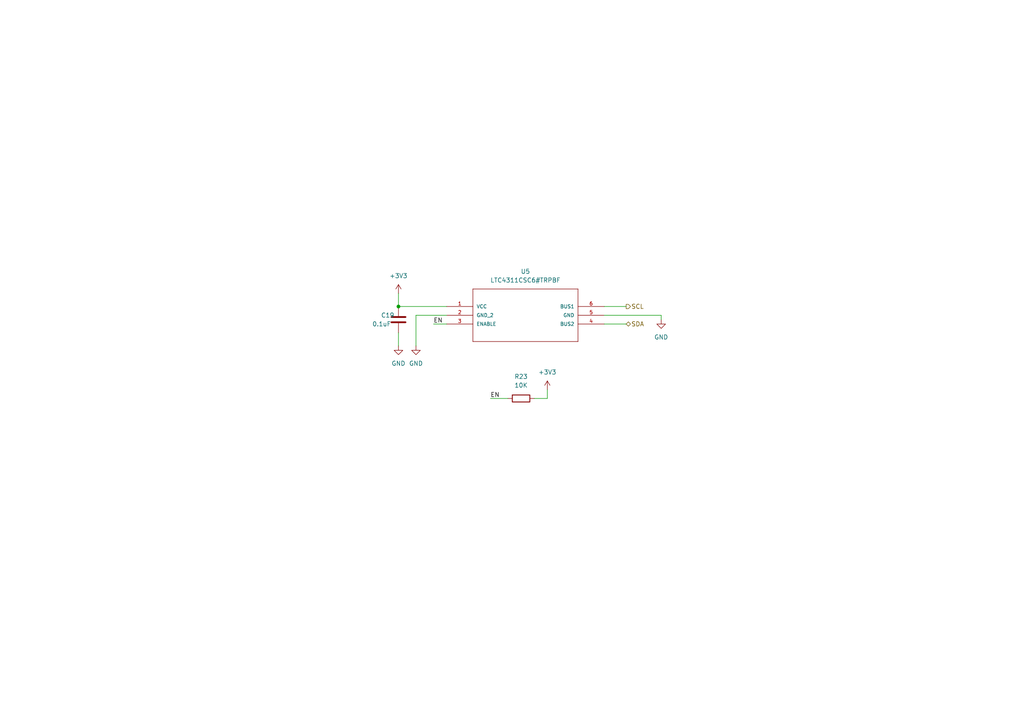
<source format=kicad_sch>
(kicad_sch (version 20211123) (generator eeschema)
  (paper "A4")
  (lib_symbols
    (symbol "Device:C" (pin_numbers hide) (pin_names (offset 0.254))
      (property "Reference" "C" (at 0.635 2.54 0))
      (property "Value" "C" (at 0.635 -2.54 0))
      (symbol "C_0_1"
        (polyline (pts (xy -2.032 -0.762) (xy 2.032 -0.762)) (stroke (width 0.508)))
        (polyline (pts (xy -2.032 0.762) (xy 2.032 0.762)) (stroke (width 0.508)))
      )
      (symbol "C_1_1"
        (pin passive line (at 0 3.81 270) (length 2.794) (name "~") (number "1"))
        (pin passive line (at 0 -3.81 90) (length 2.794) (name "~") (number "2"))
      )
    )
    (symbol "Device:R" (pin_numbers hide) (pin_names (offset 0))
      (property "Reference" "R" (at 2.032 0 90))
      (property "Value" "R" (at 0 0 90))
      (symbol "R_0_1"
        (rectangle (start -1.016 -2.54) (end 1.016 2.54) (stroke (width 0.254)))
      )
      (symbol "R_1_1"
        (pin passive line (at 0 3.81 270) (length 1.27) (name "~") (number "1"))
        (pin passive line (at 0 -3.81 90) (length 1.27) (name "~") (number "2"))
      )
    )
    (symbol "LTC4311CSC6_TRPBF:LTC4311CSC6#TRPBF" (pin_names (offset 1.016))
      (property "Reference" "U5" (at 22.86 10.16 0))
      (property "Value" "LTC4311CSC6#TRPBF" (at 22.86 7.62 0))
      (symbol "LTC4311CSC6#TRPBF_0_0"
        (polyline (pts (xy 7.62 -10.16) (xy 38.1 -10.16)) (stroke (width 0.1524)))
        (polyline (pts (xy 7.62 5.08) (xy 7.62 -10.16)) (stroke (width 0.1524)))
        (polyline (pts (xy 38.1 -10.16) (xy 38.1 5.08)) (stroke (width 0.1524)))
        (polyline (pts (xy 38.1 5.08) (xy 7.62 5.08)) (stroke (width 0.1524)))
        (pin unspecified line (at 0 0 0) (length 7.62) (name "VCC") (number "1"))
        (pin unspecified line (at 0 -2.54 0) (length 7.62) (name "GND_2") (number "2"))
        (pin input line (at 0 -5.08 0) (length 7.62) (name "ENABLE") (number "3"))
        (pin passive line (at 45.72 -5.08 180) (length 7.62) (name "BUS2") (number "4"))
        (pin unspecified line (at 45.72 -2.54 180) (length 7.62) (name "GND") (number "5"))
        (pin passive line (at 45.72 0 180) (length 7.62) (name "BUS1") (number "6"))
      )
    )
    (symbol "power:+3.3V" (power) (pin_names (offset 0))
      (property "Value" "+3.3V" (at 0 3.556 0))
      (symbol "+3.3V_0_1"
        (polyline (pts (xy -0.762 1.27) (xy 0 2.54)))
        (polyline (pts (xy 0 0) (xy 0 2.54)))
        (polyline (pts (xy 0 2.54) (xy 0.762 1.27)))
      )
      (symbol "+3.3V_1_1"
        (pin power_in line (at 0 0 90) (length 0) hide (name "+3V3") (number "1"))
      )
    )
    (symbol "power:GND" (power) (pin_names (offset 0))
      (property "Value" "GND" (at 0 -3.81 0))
      (symbol "GND_0_1"
        (polyline (pts (xy 0 0) (xy 0 -1.27) (xy 1.27 -1.27) (xy 0 -2.54) (xy -1.27 -1.27) (xy 0 -1.27)))
      )
      (symbol "GND_1_1"
        (pin power_in line (at 0 0 270) (length 0) hide (name "GND") (number "1"))
      )
    )
  )
  (junction (at 115.57 88.9))
  (wire (pts (xy 142.24 115.57) (xy 147.32 115.57)))
  (wire (pts (xy 120.65 100.33) (xy 120.65 91.44)))
  (wire (pts (xy 125.73 93.98) (xy 129.54 93.98)))
  (wire (pts (xy 175.26 88.9) (xy 181.61 88.9)))
  (wire (pts (xy 191.77 92.71) (xy 191.77 91.44)))
  (wire (pts (xy 115.57 88.9) (xy 129.54 88.9)))
  (wire (pts (xy 175.26 93.98) (xy 181.61 93.98)))
  (wire (pts (xy 120.65 91.44) (xy 129.54 91.44)))
  (wire (pts (xy 158.75 113.03) (xy 158.75 115.57)))
  (wire (pts (xy 115.57 96.52) (xy 115.57 100.33)))
  (wire (pts (xy 191.77 91.44) (xy 175.26 91.44)))
  (wire (pts (xy 158.75 115.57) (xy 154.94 115.57)))
  (wire (pts (xy 115.57 85.09) (xy 115.57 88.9)))
  (label "EN" (at 125.73 93.98 0))
  (label "EN" (at 142.24 115.57 0))
  (hierarchical_label "SCL" (shape output) (at 181.61 88.9 0))
  (hierarchical_label "SDA" (shape bidirectional) (at 181.61 93.98 0))
  (symbol (lib_id "Device:C") (at 115.57 92.71 0) (unit 1)
    (property "Reference" "C19" (at 110.49 91.44 0) (effects (justify left)))
    (property "Value" "0.1uF" (at 107.95 93.98 0) (effects (justify left)))
  )
  (symbol (lib_id "power:GND") (at 191.77 92.71 0) (unit 1)
    (property "Reference" "#PWR0143" (effects hide))
    (property "Value" "GND" (at 191.77 97.79 0))
  )
  (symbol (lib_id "power:+3.3V") (at 158.75 113.03 0) (unit 1)
    (property "Reference" "#PWR0147" (effects hide))
    (property "Value" "+3.3V" (at 158.75 107.95 0))
  )
  (symbol (lib_id "power:GND") (at 115.57 100.33 0) (unit 1)
    (property "Reference" "#PWR0145" (effects hide))
    (property "Value" "GND" (at 115.57 105.41 0))
  )
  (symbol (lib_id "power:GND") (at 120.65 100.33 0) (unit 1)
    (property "Reference" "#PWR0146" (effects hide))
    (property "Value" "GND" (at 120.65 105.41 0))
  )
  (symbol (lib_id "Device:R") (at 151.13 115.57 90) (unit 1)
    (property "Reference" "R23" (at 151.13 109.22 90))
    (property "Value" "10K" (at 151.13 111.76 90))
  )
  (symbol (lib_id "LTC4311CSC6_TRPBF:LTC4311CSC6#TRPBF") (at 129.54 88.9 0) (unit 1)
    (property "Reference" "U5" (at 152.4 78.74 0))
    (property "Value" "LTC4311CSC6#TRPBF" (at 152.4 81.28 0))
    (property "Footprint" "SC70-SC6" (effects hide))
    (property "MANUFACTURER_PART_NUMBER" "ltc4311csc6#pbf" (effects hide))
    (property "VENDOR" "Linear Technology" (effects hide))
    (property "COPYRIGHT" "Copyright C 2016 Accelerated Designs. All rights reserved" (effects hide))
  )
  (symbol (lib_id "power:+3.3V") (at 115.57 85.09 0) (unit 1)
    (property "Reference" "#PWR0144" (effects hide))
    (property "Value" "+3.3V" (at 115.57 80.01 0))
  )
)
</source>
